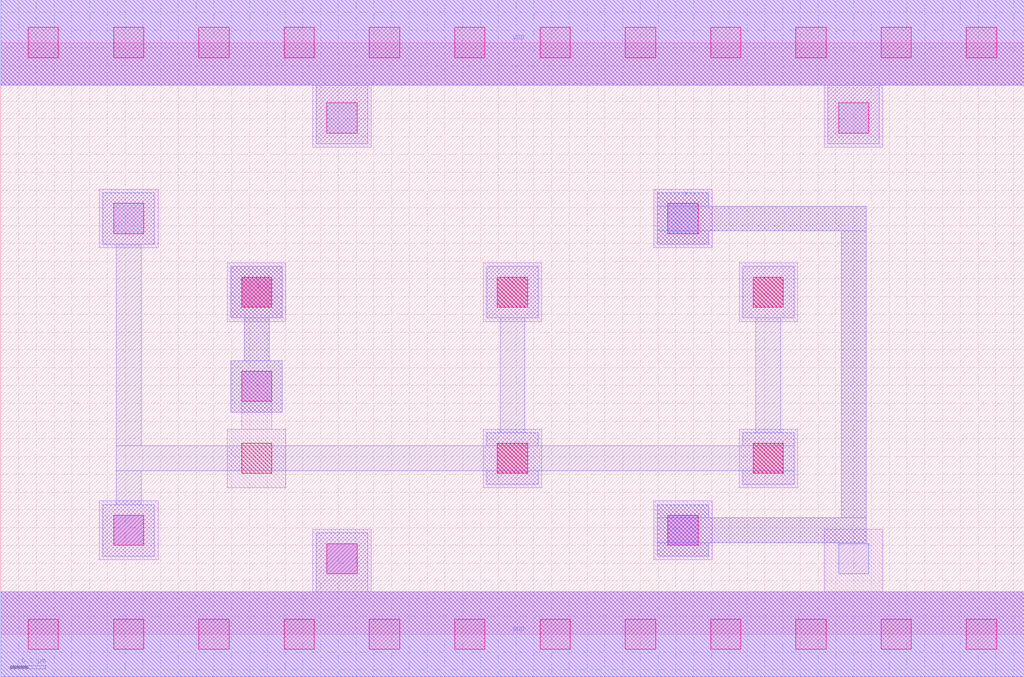
<source format=lef>
MACRO BUFX4
 CLASS CORE ;
 FOREIGN BUFX4 0 0 ;
 SIZE 5.76 BY 3.33 ;
 ORIGIN 0 0 ;
 SYMMETRY X Y R90 ;
 SITE unit ;
  PIN VDD
   DIRECTION INOUT ;
   USE POWER ;
   SHAPE ABUTMENT ;
    PORT
     CLASS CORE ;
       LAYER li1 ;
        RECT 0.00000000 3.09000000 5.76000000 3.57000000 ;
       LAYER met1 ;
        RECT 0.00000000 3.09000000 5.76000000 3.57000000 ;
    END
  END VDD

  PIN GND
   DIRECTION INOUT ;
   USE POWER ;
   SHAPE ABUTMENT ;
    PORT
     CLASS CORE ;
       LAYER li1 ;
        RECT 0.00000000 -0.24000000 5.76000000 0.24000000 ;
       LAYER met1 ;
        RECT 0.00000000 -0.24000000 5.76000000 0.24000000 ;
    END
  END GND

  PIN Y
   DIRECTION INOUT ;
   USE SIGNAL ;
   SHAPE ABUTMENT ;
    PORT
     CLASS CORE ;
       LAYER met1 ;
        RECT 3.69500000 0.44000000 3.98500000 0.51500000 ;
        RECT 3.69500000 0.51500000 4.87000000 0.65500000 ;
        RECT 3.69500000 0.65500000 3.98500000 0.73000000 ;
        RECT 3.69500000 2.19500000 3.98500000 2.27000000 ;
        RECT 4.73000000 0.65500000 4.87000000 2.27000000 ;
        RECT 3.69500000 2.27000000 4.87000000 2.41000000 ;
        RECT 3.69500000 2.41000000 3.98500000 2.48500000 ;
    END
  END Y

  PIN A
   DIRECTION INOUT ;
   USE SIGNAL ;
   SHAPE ABUTMENT ;
    PORT
     CLASS CORE ;
       LAYER met1 ;
        RECT 1.29500000 1.25000000 1.58500000 1.54000000 ;
        RECT 1.37000000 1.54000000 1.51000000 1.78000000 ;
        RECT 1.29500000 1.78000000 1.58500000 2.07000000 ;
    END
  END A

 OBS
    LAYER polycont ;
     RECT 1.35500000 0.90500000 1.52500000 1.07500000 ;
     RECT 2.79500000 0.90500000 2.96500000 1.07500000 ;
     RECT 4.23500000 0.90500000 4.40500000 1.07500000 ;
     RECT 1.35500000 1.84000000 1.52500000 2.01000000 ;
     RECT 2.79500000 1.84000000 2.96500000 2.01000000 ;
     RECT 4.23500000 1.84000000 4.40500000 2.01000000 ;

    LAYER pdiffc ;
     RECT 0.63500000 2.25500000 0.80500000 2.42500000 ;
     RECT 3.75500000 2.25500000 3.92500000 2.42500000 ;
     RECT 1.83500000 2.82000000 2.00500000 2.99000000 ;
     RECT 4.71500000 2.82000000 4.88500000 2.99000000 ;

    LAYER ndiffc ;
     RECT 1.83500000 0.34000000 2.00500000 0.51000000 ;
     RECT 4.71500000 0.34000000 4.88500000 0.51000000 ;
     RECT 0.63500000 0.50000000 0.80500000 0.67000000 ;
     RECT 3.75500000 0.50000000 3.92500000 0.67000000 ;

    LAYER li1 ;
     RECT 0.00000000 -0.24000000 5.76000000 0.24000000 ;
     RECT 1.75500000 0.24000000 2.08500000 0.59000000 ;
     RECT 4.63500000 0.24000000 4.96500000 0.59000000 ;
     RECT 0.55500000 0.42000000 0.88500000 0.75000000 ;
     RECT 3.67500000 0.42000000 4.00500000 0.75000000 ;
     RECT 2.71500000 0.82500000 3.04500000 1.15500000 ;
     RECT 4.15500000 0.82500000 4.48500000 1.15500000 ;
     RECT 1.27500000 0.82500000 1.60500000 1.15500000 ;
     RECT 1.35500000 1.15500000 1.52500000 1.48000000 ;
     RECT 1.27500000 1.76000000 1.60500000 2.09000000 ;
     RECT 2.71500000 1.76000000 3.04500000 2.09000000 ;
     RECT 4.15500000 1.76000000 4.48500000 2.09000000 ;
     RECT 0.55500000 2.17500000 0.88500000 2.50500000 ;
     RECT 3.67500000 2.17500000 4.00500000 2.50500000 ;
     RECT 1.75500000 2.74000000 2.08500000 3.09000000 ;
     RECT 4.63500000 2.74000000 4.96500000 3.09000000 ;
     RECT 0.00000000 3.09000000 5.76000000 3.57000000 ;

    LAYER viali ;
     RECT 0.15500000 -0.08500000 0.32500000 0.08500000 ;
     RECT 0.63500000 -0.08500000 0.80500000 0.08500000 ;
     RECT 1.11500000 -0.08500000 1.28500000 0.08500000 ;
     RECT 1.59500000 -0.08500000 1.76500000 0.08500000 ;
     RECT 2.07500000 -0.08500000 2.24500000 0.08500000 ;
     RECT 2.55500000 -0.08500000 2.72500000 0.08500000 ;
     RECT 3.03500000 -0.08500000 3.20500000 0.08500000 ;
     RECT 3.51500000 -0.08500000 3.68500000 0.08500000 ;
     RECT 3.99500000 -0.08500000 4.16500000 0.08500000 ;
     RECT 4.47500000 -0.08500000 4.64500000 0.08500000 ;
     RECT 4.95500000 -0.08500000 5.12500000 0.08500000 ;
     RECT 5.43500000 -0.08500000 5.60500000 0.08500000 ;
     RECT 1.83500000 0.34000000 2.00500000 0.51000000 ;
     RECT 0.63500000 0.50000000 0.80500000 0.67000000 ;
     RECT 3.75500000 0.50000000 3.92500000 0.67000000 ;
     RECT 2.79500000 0.90500000 2.96500000 1.07500000 ;
     RECT 4.23500000 0.90500000 4.40500000 1.07500000 ;
     RECT 1.35500000 1.31000000 1.52500000 1.48000000 ;
     RECT 1.35500000 1.84000000 1.52500000 2.01000000 ;
     RECT 2.79500000 1.84000000 2.96500000 2.01000000 ;
     RECT 4.23500000 1.84000000 4.40500000 2.01000000 ;
     RECT 0.63500000 2.25500000 0.80500000 2.42500000 ;
     RECT 3.75500000 2.25500000 3.92500000 2.42500000 ;
     RECT 1.83500000 2.82000000 2.00500000 2.99000000 ;
     RECT 4.71500000 2.82000000 4.88500000 2.99000000 ;
     RECT 0.15500000 3.24500000 0.32500000 3.41500000 ;
     RECT 0.63500000 3.24500000 0.80500000 3.41500000 ;
     RECT 1.11500000 3.24500000 1.28500000 3.41500000 ;
     RECT 1.59500000 3.24500000 1.76500000 3.41500000 ;
     RECT 2.07500000 3.24500000 2.24500000 3.41500000 ;
     RECT 2.55500000 3.24500000 2.72500000 3.41500000 ;
     RECT 3.03500000 3.24500000 3.20500000 3.41500000 ;
     RECT 3.51500000 3.24500000 3.68500000 3.41500000 ;
     RECT 3.99500000 3.24500000 4.16500000 3.41500000 ;
     RECT 4.47500000 3.24500000 4.64500000 3.41500000 ;
     RECT 4.95500000 3.24500000 5.12500000 3.41500000 ;
     RECT 5.43500000 3.24500000 5.60500000 3.41500000 ;

    LAYER met1 ;
     RECT 0.00000000 -0.24000000 5.76000000 0.24000000 ;
     RECT 1.77500000 0.24000000 2.06500000 0.57000000 ;
     RECT 1.29500000 1.25000000 1.58500000 1.54000000 ;
     RECT 1.37000000 1.54000000 1.51000000 1.78000000 ;
     RECT 1.29500000 1.78000000 1.58500000 2.07000000 ;
     RECT 0.57500000 0.44000000 0.86500000 0.73000000 ;
     RECT 0.65000000 0.73000000 0.79000000 0.92000000 ;
     RECT 2.73500000 0.84500000 3.02500000 0.92000000 ;
     RECT 4.17500000 0.84500000 4.46500000 0.92000000 ;
     RECT 0.65000000 0.92000000 4.46500000 1.06000000 ;
     RECT 2.73500000 1.06000000 3.02500000 1.13500000 ;
     RECT 4.17500000 1.06000000 4.46500000 1.13500000 ;
     RECT 2.81000000 1.13500000 2.95000000 1.78000000 ;
     RECT 4.25000000 1.13500000 4.39000000 1.78000000 ;
     RECT 2.73500000 1.78000000 3.02500000 2.07000000 ;
     RECT 4.17500000 1.78000000 4.46500000 2.07000000 ;
     RECT 0.65000000 1.06000000 0.79000000 2.19500000 ;
     RECT 0.57500000 2.19500000 0.86500000 2.48500000 ;
     RECT 3.69500000 0.44000000 3.98500000 0.51500000 ;
     RECT 3.69500000 0.51500000 4.87000000 0.65500000 ;
     RECT 3.69500000 0.65500000 3.98500000 0.73000000 ;
     RECT 3.69500000 2.19500000 3.98500000 2.27000000 ;
     RECT 4.73000000 0.65500000 4.87000000 2.27000000 ;
     RECT 3.69500000 2.27000000 4.87000000 2.41000000 ;
     RECT 3.69500000 2.41000000 3.98500000 2.48500000 ;
     RECT 1.77500000 2.76000000 2.06500000 3.09000000 ;
     RECT 4.65500000 2.76000000 4.94500000 3.09000000 ;
     RECT 0.00000000 3.09000000 5.76000000 3.57000000 ;

 END
END BUFX4

</source>
